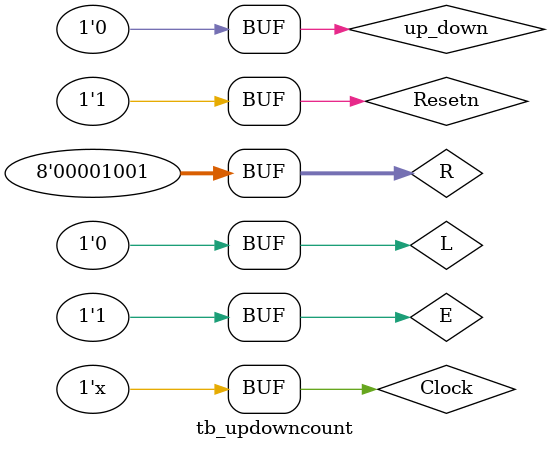
<source format=v>
module tb_updowncount;

reg [7:0] R;
reg Clock,Resetn,L,E,up_down;
wire [7:0] Q;

updowncount udc (R, Resetn, Clock, E, up_down, L, Q);

initial begin
Clock = 0;
Resetn = 1;
R = 9;
#10 Resetn = 0;
#10 Resetn = 1;

#10 E=1; up_down=1;
#50 up_down=0;
#30 L=1;
#30 L=0;

end


always begin
#5 Clock = ~Clock;
end


endmodule

</source>
